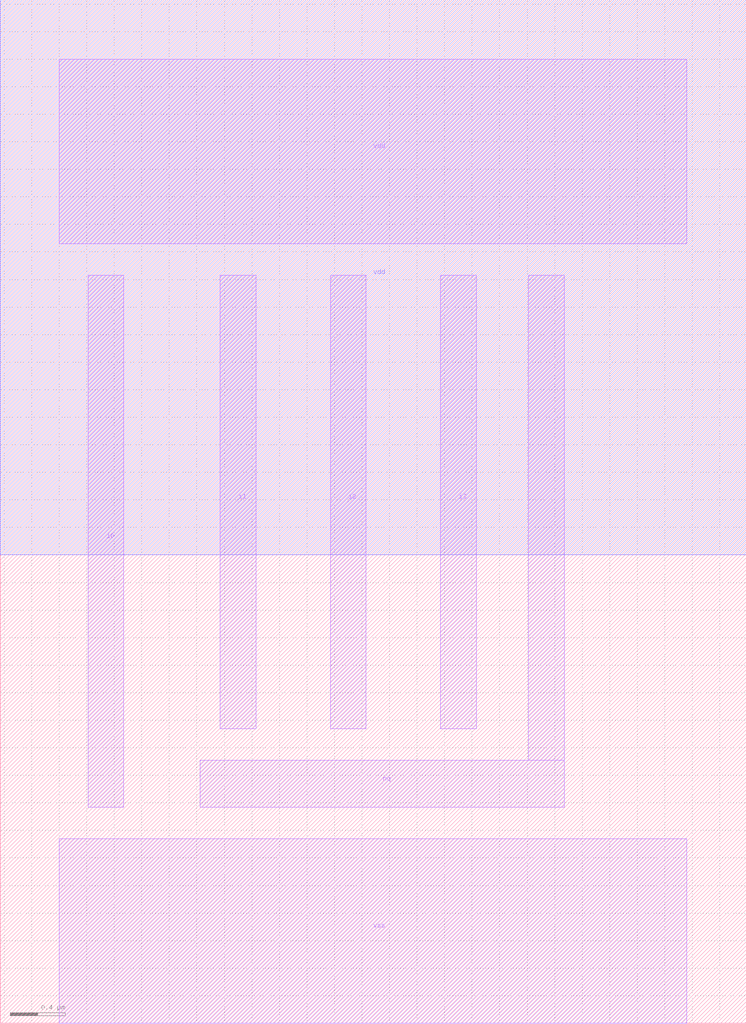
<source format=lef>
VERSION 5.7 ;
  NOWIREEXTENSIONATPIN ON ;
  DIVIDERCHAR "/" ;
  BUSBITCHARS "[]" ;
MACRO nor4_x0
  CLASS BLOCK ;
  FOREIGN nor4_x0 ;
  ORIGIN 0.430 0.000 ;
  SIZE 5.420 BY 7.430 ;
  PIN vss
    ANTENNADIFFAREA 2.772800 ;
    PORT
      LAYER Metal1 ;
        RECT 0.000 0.000 4.560 1.340 ;
    END
  END vss
  PIN vdd
    ANTENNADIFFAREA 1.928000 ;
    PORT
      LAYER Nwell ;
        RECT -0.430 3.400 4.990 7.430 ;
      LAYER Metal1 ;
        RECT 0.000 5.660 4.560 7.000 ;
    END
  END vdd
  PIN nq
    ANTENNADIFFAREA 1.302400 ;
    PORT
      LAYER Metal1 ;
        RECT 3.410 1.910 3.670 5.430 ;
        RECT 1.025 1.570 3.670 1.910 ;
    END
  END nq
  PIN i0
    ANTENNAGATEAREA 0.492800 ;
    PORT
      LAYER Metal1 ;
        RECT 0.210 1.570 0.470 5.430 ;
    END
  END i0
  PIN i1
    ANTENNAGATEAREA 0.492800 ;
    PORT
      LAYER Metal1 ;
        RECT 1.170 2.140 1.430 5.430 ;
    END
  END i1
  PIN i2
    ANTENNAGATEAREA 0.492800 ;
    PORT
      LAYER Metal1 ;
        RECT 1.970 2.140 2.230 5.430 ;
    END
  END i2
  PIN i3
    ANTENNAGATEAREA 0.492800 ;
    PORT
      LAYER Metal1 ;
        RECT 2.770 2.140 3.030 5.430 ;
    END
  END i3
END nor4_x0
END LIBRARY


</source>
